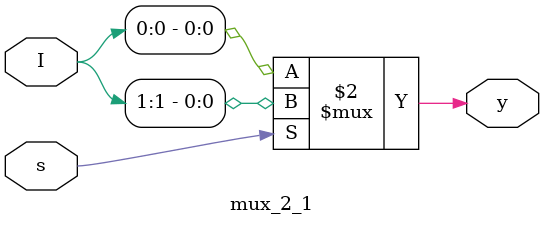
<source format=v>
`timescale 1ns / 1ps


module mux_2_1(input [1:0] I, input  s, output y);

assign y = (s == 1'b0) ? I[0] : I[1];

endmodule

</source>
